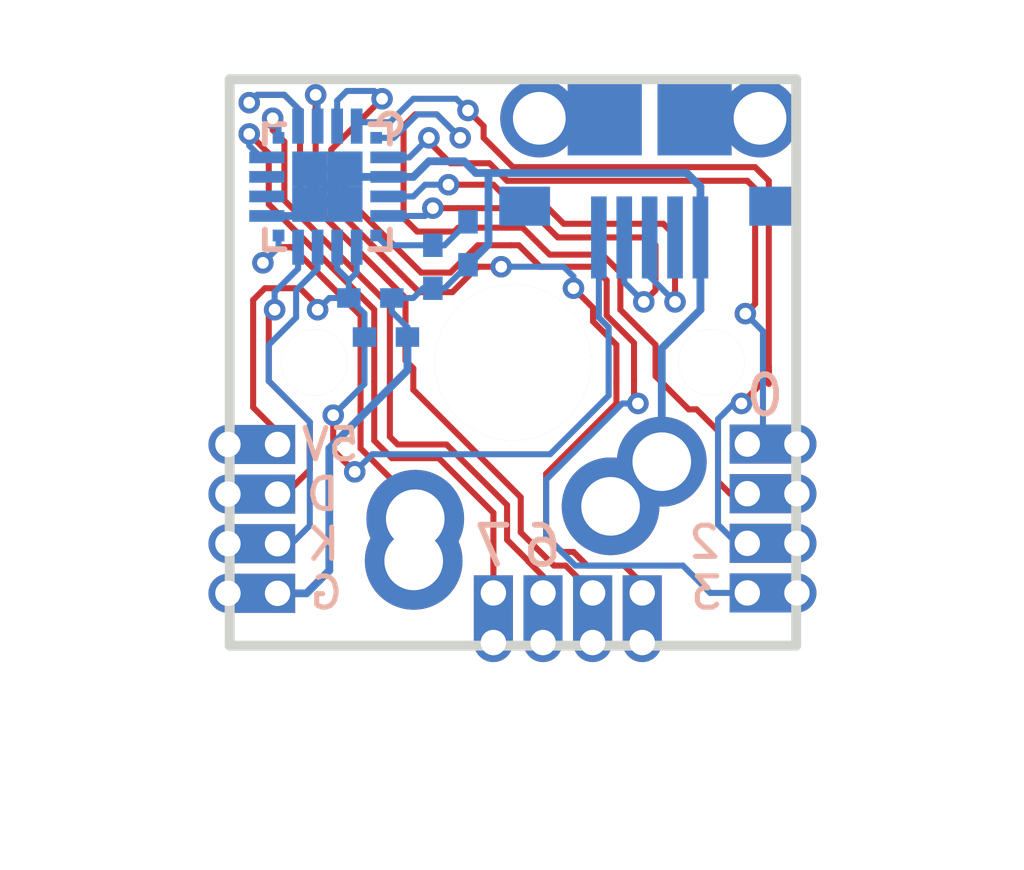
<source format=kicad_pcb>
(kicad_pcb (version 4) (host pcbnew 4.0.7)

  (general
    (links 51)
    (no_connects 17)
    (area 154.872999 87.372999 169.627001 102.127001)
    (thickness 1.6)
    (drawings 21)
    (tracks 324)
    (zones 0)
    (modules 10)
    (nets 21)
  )

  (page A4)
  (layers
    (0 F.Cu signal)
    (31 B.Cu signal)
    (32 B.Adhes user)
    (33 F.Adhes user)
    (34 B.Paste user)
    (35 F.Paste user)
    (36 B.SilkS user)
    (37 F.SilkS user)
    (38 B.Mask user)
    (39 F.Mask user)
    (40 Dwgs.User user)
    (41 Cmts.User user)
    (42 Eco1.User user)
    (43 Eco2.User user)
    (44 Edge.Cuts user)
    (45 Margin user)
    (46 B.CrtYd user)
    (47 F.CrtYd user)
    (48 B.Fab user)
    (49 F.Fab user)
  )

  (setup
    (last_trace_width 0.155)
    (trace_clearance 0.155)
    (zone_clearance 0.508)
    (zone_45_only no)
    (trace_min 0.155)
    (segment_width 0.254)
    (edge_width 0.254)
    (via_size 0.55)
    (via_drill 0.3)
    (via_min_size 0.4)
    (via_min_drill 0.3)
    (uvia_size 0.3)
    (uvia_drill 0.1)
    (uvias_allowed no)
    (uvia_min_size 0)
    (uvia_min_drill 0)
    (pcb_text_width 0.3)
    (pcb_text_size 1.5 1.5)
    (mod_edge_width 0.15)
    (mod_text_size 1 1)
    (mod_text_width 0.15)
    (pad_size 0.901 0.901)
    (pad_drill 0)
    (pad_to_mask_clearance 0.03)
    (aux_axis_origin 0 0)
    (grid_origin 155 87.5)
    (visible_elements FFFFFF9F)
    (pcbplotparams
      (layerselection 0x00030_80000001)
      (usegerberextensions false)
      (excludeedgelayer true)
      (linewidth 0.100000)
      (plotframeref false)
      (viasonmask false)
      (mode 1)
      (useauxorigin false)
      (hpglpennumber 1)
      (hpglpenspeed 20)
      (hpglpendiameter 15)
      (hpglpenoverlay 2)
      (psnegative false)
      (psa4output false)
      (plotreference true)
      (plotvalue true)
      (plotinvisibletext false)
      (padsonsilk false)
      (subtractmaskfromsilk false)
      (outputformat 1)
      (mirror false)
      (drillshape 0)
      (scaleselection 1)
      (outputdirectory ""))
  )

  (net 0 "")
  (net 1 GND)
  (net 2 +3V3)
  (net 3 "Net-(J1-Pad6)")
  (net 4 "Net-(J1-Pad4)")
  (net 5 +5V)
  (net 6 "Net-(U1-Pad13)")
  (net 7 "Net-(U1-Pad14)")
  (net 8 /D+)
  (net 9 /D-)
  (net 10 /C2D)
  (net 11 /C2CK)
  (net 12 /P0.3)
  (net 13 /P0.2)
  (net 14 /P0.1)
  (net 15 /P0.0)
  (net 16 /P0.7)
  (net 17 /P0.6)
  (net 18 /P0.5)
  (net 19 /P0.4)
  (net 20 "Net-(SW1-Pad1)")

  (net_class Default "This is the default net class."
    (clearance 0.155)
    (trace_width 0.155)
    (via_dia 0.55)
    (via_drill 0.3)
    (uvia_dia 0.3)
    (uvia_drill 0.1)
    (add_net +3V3)
    (add_net +5V)
    (add_net /C2CK)
    (add_net /C2D)
    (add_net /D+)
    (add_net /D-)
    (add_net /P0.0)
    (add_net /P0.1)
    (add_net /P0.2)
    (add_net /P0.3)
    (add_net /P0.4)
    (add_net /P0.5)
    (add_net /P0.6)
    (add_net /P0.7)
    (add_net "Net-(J1-Pad4)")
    (add_net "Net-(J1-Pad6)")
    (add_net "Net-(SW1-Pad1)")
    (add_net "Net-(U1-Pad13)")
    (add_net "Net-(U1-Pad14)")
  )

  (net_class gnd ""
    (clearance 0.155)
    (trace_width 0.2)
    (via_dia 0.55)
    (via_drill 0.3)
    (uvia_dia 0.3)
    (uvia_drill 0.1)
    (add_net GND)
  )

  (module key_switch:Cherry_MX_Matias_No_Silk_Border (layer B.Cu) (tedit 59D21A45) (tstamp 59D1A532)
    (at 162.25 94.75)
    (tags switch)
    (path /59BC89F2)
    (fp_text reference SW1 (at 0 -6) (layer Cmts.User)
      (effects (font (thickness 0.3048)))
    )
    (fp_text value SW_Push (at 1 -3.5) (layer F.Fab) hide
      (effects (font (thickness 0.3048)))
    )
    (pad "" np_thru_hole circle (at 5.08 0) (size 1.7 1.7) (drill 1.7) (layers *.Cu *.Mask B.SilkS))
    (pad 2 thru_hole circle (at 2.5 3.683) (size 2.5 2.5) (drill 1.5) (layers *.Cu *.Mask)
      (net 1 GND))
    (pad 2 thru_hole circle (at 3.81 2.54) (size 2.3 2.3) (drill 1.5) (layers *.Cu *.Mask)
      (net 1 GND))
    (pad "" np_thru_hole circle (at 0 0) (size 4 4) (drill 4) (layers *.Cu *.Mask B.SilkS))
    (pad "" np_thru_hole circle (at -5.08 0) (size 1.7 1.7) (drill 1.7) (layers *.Cu *.Mask B.SilkS))
    (pad 1 thru_hole circle (at -2.54 5.08) (size 2.5 2.5) (drill 1.5) (layers *.Cu *.Mask)
      (net 20 "Net-(SW1-Pad1)"))
    (pad 1 thru_hole circle (at -2.5 4) (size 2.5 2.5) (drill 1.5) (layers *.Cu *.Mask)
      (net 20 "Net-(SW1-Pad1)"))
    (model cherry_mx1.wrl
      (at (xyz 0 0 0))
      (scale (xyz 1 1 1))
      (rotate (xyz 0 0 0))
    )
  )

  (module Capacitors_SMD:C_0402_NoSilk (layer B.Cu) (tedit 59D222F7) (tstamp 59BC5FF5)
    (at 159 94.1)
    (descr "Capacitor SMD 0402, reflow soldering, AVX (see smccp.pdf)")
    (tags "capacitor 0402")
    (path /59BC6727)
    (attr smd)
    (fp_text reference C1 (at 5.6 0 90) (layer Cmts.User)
      (effects (font (size 0.8 0.8) (thickness 0.15)))
    )
    (fp_text value 0.1uF (at 0 -1.27) (layer B.Fab)
      (effects (font (size 1 1) (thickness 0.15)) (justify mirror))
    )
    (fp_text user %R (at 0 1.27) (layer Cmts.User)
      (effects (font (size 1 1) (thickness 0.15)))
    )
    (fp_line (start -0.5 -0.25) (end -0.5 0.25) (layer B.Fab) (width 0.1))
    (fp_line (start 0.5 -0.25) (end -0.5 -0.25) (layer B.Fab) (width 0.1))
    (fp_line (start 0.5 0.25) (end 0.5 -0.25) (layer B.Fab) (width 0.1))
    (fp_line (start -0.5 0.25) (end 0.5 0.25) (layer B.Fab) (width 0.1))
    (fp_line (start -1 0.4) (end 1 0.4) (layer B.CrtYd) (width 0.05))
    (fp_line (start -1 0.4) (end -1 -0.4) (layer B.CrtYd) (width 0.05))
    (fp_line (start 1 -0.4) (end 1 0.4) (layer B.CrtYd) (width 0.05))
    (fp_line (start 1 -0.4) (end -1 -0.4) (layer B.CrtYd) (width 0.05))
    (pad 1 smd rect (at -0.55 0) (size 0.6 0.5) (layers B.Cu B.Paste B.Mask)
      (net 5 +5V))
    (pad 2 smd rect (at 0.55 0) (size 0.6 0.5) (layers B.Cu B.Paste B.Mask)
      (net 1 GND))
    (model Capacitors_SMD.3dshapes/C_0402.wrl
      (at (xyz 0 0 0))
      (scale (xyz 1 1 1))
      (rotate (xyz 0 0 0))
    )
  )

  (module Capacitors_SMD:C_0402_NoSilk (layer B.Cu) (tedit 59D222FB) (tstamp 59BC5FFB)
    (at 158.6 93.1)
    (descr "Capacitor SMD 0402, reflow soldering, AVX (see smccp.pdf)")
    (tags "capacitor 0402")
    (path /59BC6754)
    (attr smd)
    (fp_text reference C2 (at 1.7 0 90) (layer Cmts.User)
      (effects (font (size 0.8 0.8) (thickness 0.15)))
    )
    (fp_text value 4.7uF (at 0 -1.27) (layer B.Fab)
      (effects (font (size 1 1) (thickness 0.15)) (justify mirror))
    )
    (fp_text user %R (at 0 1.27) (layer Cmts.User)
      (effects (font (size 1 1) (thickness 0.15)))
    )
    (fp_line (start -0.5 -0.25) (end -0.5 0.25) (layer B.Fab) (width 0.1))
    (fp_line (start 0.5 -0.25) (end -0.5 -0.25) (layer B.Fab) (width 0.1))
    (fp_line (start 0.5 0.25) (end 0.5 -0.25) (layer B.Fab) (width 0.1))
    (fp_line (start -0.5 0.25) (end 0.5 0.25) (layer B.Fab) (width 0.1))
    (fp_line (start -1 0.4) (end 1 0.4) (layer B.CrtYd) (width 0.05))
    (fp_line (start -1 0.4) (end -1 -0.4) (layer B.CrtYd) (width 0.05))
    (fp_line (start 1 -0.4) (end 1 0.4) (layer B.CrtYd) (width 0.05))
    (fp_line (start 1 -0.4) (end -1 -0.4) (layer B.CrtYd) (width 0.05))
    (pad 1 smd rect (at -0.55 0) (size 0.6 0.5) (layers B.Cu B.Paste B.Mask)
      (net 5 +5V))
    (pad 2 smd rect (at 0.55 0) (size 0.6 0.5) (layers B.Cu B.Paste B.Mask)
      (net 1 GND))
    (model Capacitors_SMD.3dshapes/C_0402.wrl
      (at (xyz 0 0 0))
      (scale (xyz 1 1 1))
      (rotate (xyz 0 0 0))
    )
  )

  (module Capacitors_SMD:C_0402_NoSilk (layer B.Cu) (tedit 59D22319) (tstamp 59BC6001)
    (at 160.2 92.3 270)
    (descr "Capacitor SMD 0402, reflow soldering, AVX (see smccp.pdf)")
    (tags "capacitor 0402")
    (path /59BC6871)
    (attr smd)
    (fp_text reference C3 (at -0.3 0.6 270) (layer Cmts.User)
      (effects (font (size 0.8 0.8) (thickness 0.15)))
    )
    (fp_text value 0.1uF (at 0 -1.27 270) (layer B.Fab)
      (effects (font (size 1 1) (thickness 0.15)) (justify mirror))
    )
    (fp_text user %R (at 0 1.27 270) (layer B.Fab)
      (effects (font (size 1 1) (thickness 0.15)) (justify mirror))
    )
    (fp_line (start -0.5 -0.25) (end -0.5 0.25) (layer B.Fab) (width 0.1))
    (fp_line (start 0.5 -0.25) (end -0.5 -0.25) (layer B.Fab) (width 0.1))
    (fp_line (start 0.5 0.25) (end 0.5 -0.25) (layer B.Fab) (width 0.1))
    (fp_line (start -0.5 0.25) (end 0.5 0.25) (layer B.Fab) (width 0.1))
    (fp_line (start -1 0.4) (end 1 0.4) (layer B.CrtYd) (width 0.05))
    (fp_line (start -1 0.4) (end -1 -0.4) (layer B.CrtYd) (width 0.05))
    (fp_line (start 1 -0.4) (end 1 0.4) (layer B.CrtYd) (width 0.05))
    (fp_line (start 1 -0.4) (end -1 -0.4) (layer B.CrtYd) (width 0.05))
    (pad 1 smd rect (at -0.55 0 270) (size 0.6 0.5) (layers B.Cu B.Paste B.Mask)
      (net 2 +3V3))
    (pad 2 smd rect (at 0.55 0 270) (size 0.6 0.5) (layers B.Cu B.Paste B.Mask)
      (net 1 GND))
    (model Capacitors_SMD.3dshapes/C_0402.wrl
      (at (xyz 0 0 0))
      (scale (xyz 1 1 1))
      (rotate (xyz 0 0 0))
    )
  )

  (module Capacitors_SMD:C_0402_NoSilk (layer B.Cu) (tedit 59D222EE) (tstamp 59BC6007)
    (at 161.1 91.7 270)
    (descr "Capacitor SMD 0402, reflow soldering, AVX (see smccp.pdf)")
    (tags "capacitor 0402")
    (path /59BC686B)
    (attr smd)
    (fp_text reference C4 (at 1.7 -0.7 360) (layer Cmts.User)
      (effects (font (size 0.8 0.8) (thickness 0.15)))
    )
    (fp_text value 4.7uF (at 0 -1.27 270) (layer B.Fab)
      (effects (font (size 1 1) (thickness 0.15)) (justify mirror))
    )
    (fp_text user %R (at 0 1.27 270) (layer B.Fab)
      (effects (font (size 1 1) (thickness 0.15)) (justify mirror))
    )
    (fp_line (start -0.5 -0.25) (end -0.5 0.25) (layer B.Fab) (width 0.1))
    (fp_line (start 0.5 -0.25) (end -0.5 -0.25) (layer B.Fab) (width 0.1))
    (fp_line (start 0.5 0.25) (end 0.5 -0.25) (layer B.Fab) (width 0.1))
    (fp_line (start -0.5 0.25) (end 0.5 0.25) (layer B.Fab) (width 0.1))
    (fp_line (start -1 0.4) (end 1 0.4) (layer B.CrtYd) (width 0.05))
    (fp_line (start -1 0.4) (end -1 -0.4) (layer B.CrtYd) (width 0.05))
    (fp_line (start 1 -0.4) (end 1 0.4) (layer B.CrtYd) (width 0.05))
    (fp_line (start 1 -0.4) (end -1 -0.4) (layer B.CrtYd) (width 0.05))
    (pad 1 smd rect (at -0.55 0 270) (size 0.6 0.5) (layers B.Cu B.Paste B.Mask)
      (net 2 +3V3))
    (pad 2 smd rect (at 0.55 0 270) (size 0.6 0.5) (layers B.Cu B.Paste B.Mask)
      (net 1 GND))
    (model Capacitors_SMD.3dshapes/C_0402.wrl
      (at (xyz 0 0 0))
      (scale (xyz 1 1 1))
      (rotate (xyz 0 0 0))
    )
  )

  (module usb_connector:micro_usb_no_silk (layer B.Cu) (tedit 59BC86E6) (tstamp 59BC6018)
    (at 165.75 90.5)
    (path /59BC971A)
    (fp_text reference J1 (at -3.9 -4.05) (layer Cmts.User)
      (effects (font (size 1 1) (thickness 0.15)))
    )
    (fp_text value USB_OTG (at -0.07 -4.18) (layer B.Fab)
      (effects (font (size 1 1) (thickness 0.15)) (justify mirror))
    )
    (pad 6 smd rect (at -3.2 0.25) (size 1.3 1) (layers B.Cu B.Paste B.Mask)
      (net 3 "Net-(J1-Pad6)"))
    (pad 6 smd rect (at 3.2 0.25) (size 1.3 1) (layers B.Cu B.Paste B.Mask)
      (net 3 "Net-(J1-Pad6)"))
    (pad "" np_thru_hole circle (at -1.95 0.14) (size 0.6 0.6) (drill 0.6) (layers *.Cu *.Mask))
    (pad 6 smd rect (at -1.15 -2) (size 1.9 1.9) (layers B.Cu B.Paste B.Mask)
      (net 3 "Net-(J1-Pad6)"))
    (pad 6 thru_hole circle (at -2.825 -2) (size 2 2) (drill 1.35) (layers *.Cu *.Mask)
      (net 3 "Net-(J1-Pad6)"))
    (pad 5 smd rect (at 1.3 1.05) (size 0.4 2.1) (layers B.Cu B.Paste B.Mask)
      (net 1 GND))
    (pad 4 smd rect (at 0.65 1.05) (size 0.4 2.1) (layers B.Cu B.Paste B.Mask)
      (net 4 "Net-(J1-Pad4)"))
    (pad 3 smd rect (at 0 1.05) (size 0.4 2.1) (layers B.Cu B.Paste B.Mask)
      (net 8 /D+))
    (pad 2 smd rect (at -0.65 1.05) (size 0.4 2.1) (layers B.Cu B.Paste B.Mask)
      (net 9 /D-))
    (pad 1 smd rect (at -1.3 1.05) (size 0.4 2.1) (layers B.Cu B.Paste B.Mask)
      (net 5 +5V))
    (pad 6 thru_hole circle (at 2.825 -2) (size 2 2) (drill 1.35) (layers *.Cu *.Mask)
      (net 3 "Net-(J1-Pad6)"))
    (pad 6 smd rect (at 1.15 -2) (size 1.9 1.9) (layers B.Cu B.Paste B.Mask)
      (net 3 "Net-(J1-Pad6)"))
    (pad "" np_thru_hole circle (at 1.95 0.14) (size 0.6 0.6) (drill 0.6) (layers *.Cu *.Mask))
  )

  (module qfn:QFN20_silabs (layer B.Cu) (tedit 59D2336D) (tstamp 59D1A41A)
    (at 157.5 90.25 180)
    (path /59D1CD41)
    (fp_text reference U1 (at 0 3.2 180) (layer Cmts.User)
      (effects (font (size 1.2 1.2) (thickness 0.15)))
    )
    (fp_text value EFM8UB1_QFN20 (at 0 -3.2 180) (layer B.Fab)
      (effects (font (size 1.2 1.2) (thickness 0.15)) (justify mirror))
    )
    (fp_arc (start -1.6 1.6) (end -1.6 1.325) (angle -270) (layer B.SilkS) (width 0.15))
    (fp_line (start 1.6 1.1) (end 1.6 1.6) (layer B.SilkS) (width 0.15))
    (fp_line (start 1.6 1.6) (end 1.1 1.6) (layer B.SilkS) (width 0.15))
    (fp_line (start 1.1 -1.6) (end 1.6 -1.6) (layer B.SilkS) (width 0.15))
    (fp_line (start 1.6 -1.6) (end 1.6 -1.1) (layer B.SilkS) (width 0.15))
    (fp_line (start -1.6 -1.1) (end -1.6 -1.6) (layer B.SilkS) (width 0.15))
    (fp_line (start -1.6 -1.6) (end -1.1 -1.6) (layer B.SilkS) (width 0.15))
    (fp_line (start -1.1 1.6) (end -1.6 1.6) (layer B.SilkS) (width 0.15))
    (fp_line (start -1.6 1.6) (end -1.6 1.1) (layer B.SilkS) (width 0.15))
    (fp_line (start -1.6 1.6) (end 1.6 1.6) (layer B.CrtYd) (width 0.15))
    (fp_line (start 1.6 1.6) (end 1.6 -1.6) (layer B.CrtYd) (width 0.15))
    (fp_line (start 1.6 -1.6) (end -1.6 -1.6) (layer B.CrtYd) (width 0.15))
    (fp_line (start -1.6 -1.6) (end -1.6 1.6) (layer B.CrtYd) (width 0.15))
    (pad 16 smd rect (at 1.25 1.25 180) (size 0.3 0.3) (layers B.Cu B.Paste B.Mask)
      (net 17 /P0.6))
    (pad 11 smd rect (at 1.25 -1.25 180) (size 0.3 0.3) (layers B.Cu B.Paste B.Mask)
      (net 20 "Net-(SW1-Pad1)"))
    (pad 6 smd rect (at -1.25 -1.25 180) (size 0.3 0.3) (layers B.Cu B.Paste B.Mask)
      (net 2 +3V3))
    (pad 21 smd rect (at -0.45 -0.45 90) (size 0.901 0.901) (layers B.Cu B.Paste B.Mask)
      (net 1 GND))
    (pad 21 smd rect (at 0.45 -0.45 90) (size 0.901 0.901) (layers B.Cu B.Paste B.Mask)
      (net 1 GND))
    (pad 21 smd rect (at 0.45 0.45 90) (size 0.901 0.901) (layers B.Cu B.Paste B.Mask)
      (net 1 GND))
    (pad 2 smd rect (at -1.55 0.75 90) (size 0.3 0.9) (layers B.Cu B.Paste B.Mask)
      (net 15 /P0.0))
    (pad 3 smd rect (at -1.55 0.25 90) (size 0.3 0.9) (layers B.Cu B.Paste B.Mask)
      (net 1 GND))
    (pad 4 smd rect (at -1.55 -0.25 90) (size 0.3 0.9) (layers B.Cu B.Paste B.Mask)
      (net 8 /D+))
    (pad 5 smd rect (at -1.55 -0.75 90) (size 0.3 0.9) (layers B.Cu B.Paste B.Mask)
      (net 9 /D-))
    (pad 7 smd rect (at -0.75 -1.55 180) (size 0.3 0.9) (layers B.Cu B.Paste B.Mask)
      (net 5 +5V))
    (pad 8 smd rect (at -0.25 -1.55 180) (size 0.3 0.9) (layers B.Cu B.Paste B.Mask)
      (net 5 +5V))
    (pad 9 smd rect (at 0.25 -1.55 180) (size 0.3 0.9) (layers B.Cu B.Paste B.Mask)
      (net 11 /C2CK))
    (pad 10 smd rect (at 0.75 -1.55 180) (size 0.3 0.9) (layers B.Cu B.Paste B.Mask)
      (net 10 /C2D))
    (pad 12 smd rect (at 1.55 -0.75 90) (size 0.3 0.9) (layers B.Cu B.Paste B.Mask)
      (net 1 GND))
    (pad 13 smd rect (at 1.55 -0.25 90) (size 0.3 0.9) (layers B.Cu B.Paste B.Mask)
      (net 6 "Net-(U1-Pad13)"))
    (pad 14 smd rect (at 1.55 0.25 90) (size 0.3 0.9) (layers B.Cu B.Paste B.Mask)
      (net 7 "Net-(U1-Pad14)"))
    (pad 15 smd rect (at 1.55 0.75 90) (size 0.3 0.9) (layers B.Cu B.Paste B.Mask)
      (net 16 /P0.7))
    (pad 17 smd rect (at 0.75 1.55 180) (size 0.3 0.9) (layers B.Cu B.Paste B.Mask)
      (net 18 /P0.5))
    (pad 18 smd rect (at 0.25 1.55 180) (size 0.3 0.9) (layers B.Cu B.Paste B.Mask)
      (net 19 /P0.4))
    (pad 19 smd rect (at -0.25 1.55 180) (size 0.3 0.9) (layers B.Cu B.Paste B.Mask)
      (net 12 /P0.3))
    (pad 20 smd rect (at -0.75 1.55 180) (size 0.3 0.9) (layers B.Cu B.Paste B.Mask)
      (net 13 /P0.2))
    (pad 1 smd rect (at -1.25 1.25 180) (size 0.3 0.3) (layers B.Cu B.Paste B.Mask)
      (net 14 /P0.1))
    (pad 21 smd rect (at -0.45 0.45 90) (size 0.901 0.901) (layers B.Cu B.Paste B.Mask)
      (net 1 GND))
    (model Housings_DFN_QFN.3dshapes/UQFN-20-1EP_3x3mm_Pitch0.4mm.wrl
      (at (xyz 0 0 0))
      (scale (xyz 1 1 1))
      (rotate (xyz 0 0 0))
    )
  )

  (module connectors:Pin_Header_Angled_1x04_Pitch1.27mm_no_silk_castellated (layer B.Cu) (tedit 59D21DD6) (tstamp 59D221CB)
    (at 168.25 100.65)
    (descr "Through hole angled pin header, 1x04, 1.27mm pitch, 4.0mm pin length, single row")
    (tags "Through hole angled pin header THT 1x04 1.27mm single row")
    (path /59D1D839)
    (fp_text reference J3 (at 2.4325 1.635) (layer Cmts.User)
      (effects (font (size 1 1) (thickness 0.15)))
    )
    (fp_text value Conn_01x04 (at 2.4325 -5.445) (layer B.Fab)
      (effects (font (size 1 1) (thickness 0.15)) (justify mirror))
    )
    (fp_line (start 1.5 0.635) (end 1.5 -4.445) (layer B.Fab) (width 0.1))
    (fp_line (start 1.5 -4.445) (end 0.5 -4.445) (layer B.Fab) (width 0.1))
    (fp_line (start 0.5 -4.445) (end 0.5 0.385) (layer B.Fab) (width 0.1))
    (fp_line (start 0.5 0.385) (end 0.75 0.635) (layer B.Fab) (width 0.1))
    (fp_line (start -0.2 0.2) (end 0.5 0.2) (layer B.Fab) (width 0.1))
    (fp_line (start -0.2 0.2) (end -0.2 -0.2) (layer B.Fab) (width 0.1))
    (fp_line (start -0.2 -0.2) (end 0.5 -0.2) (layer B.Fab) (width 0.1))
    (fp_line (start -0.2 -1.07) (end 0.5 -1.07) (layer B.Fab) (width 0.1))
    (fp_line (start -0.2 -1.07) (end -0.2 -1.47) (layer B.Fab) (width 0.1))
    (fp_line (start -0.2 -1.47) (end 0.5 -1.47) (layer B.Fab) (width 0.1))
    (fp_line (start -0.2 -2.34) (end 0.5 -2.34) (layer B.Fab) (width 0.1))
    (fp_line (start -0.2 -2.34) (end -0.2 -2.74) (layer B.Fab) (width 0.1))
    (fp_line (start -0.2 -2.74) (end 0.5 -2.74) (layer B.Fab) (width 0.1))
    (fp_line (start -0.2 -3.61) (end 0.5 -3.61) (layer B.Fab) (width 0.1))
    (fp_line (start -0.2 -3.61) (end -0.2 -4.01) (layer B.Fab) (width 0.1))
    (fp_line (start -0.2 -4.01) (end 0.5 -4.01) (layer B.Fab) (width 0.1))
    (fp_line (start -1.15 1.15) (end -1.15 -4.95) (layer B.CrtYd) (width 0.05))
    (fp_line (start -1.15 -4.95) (end 6 -4.95) (layer B.CrtYd) (width 0.05))
    (fp_line (start 6 -4.95) (end 6 1.15) (layer B.CrtYd) (width 0.05))
    (fp_line (start 6 1.15) (end -1.15 1.15) (layer B.CrtYd) (width 0.05))
    (pad 1 thru_hole circle (at 1.27 0) (size 1 1) (drill 0.65) (layers *.Cu *.Mask)
      (net 12 /P0.3))
    (pad 1 thru_hole rect (at 0 0) (size 1.7 1) (drill 0.65 (offset 0.4 0)) (layers *.Cu *.Mask)
      (net 12 /P0.3))
    (pad 2 thru_hole rect (at 0 -1.27) (size 1.7 1) (drill 0.65 (offset 0.4 0)) (layers *.Cu *.Mask)
      (net 13 /P0.2))
    (pad 3 thru_hole rect (at 0 -2.54) (size 1.7 1) (drill 0.65 (offset 0.4 0)) (layers *.Cu *.Mask)
      (net 14 /P0.1))
    (pad 4 thru_hole rect (at 0 -3.81) (size 1.7 1) (drill 0.65 (offset 0.4 0)) (layers *.Cu *.Mask)
      (net 15 /P0.0))
    (pad 2 thru_hole circle (at 1.27 -1.27) (size 1 1) (drill 0.65) (layers *.Cu *.Mask)
      (net 13 /P0.2))
    (pad 3 thru_hole circle (at 1.27 -2.54) (size 1 1) (drill 0.65) (layers *.Cu *.Mask)
      (net 14 /P0.1))
    (pad 4 thru_hole circle (at 1.27 -3.81) (size 1 1) (drill 0.65) (layers *.Cu *.Mask)
      (net 15 /P0.0))
  )

  (module connectors:Pin_Header_Angled_1x04_Pitch1.27mm_no_silk_castellated (layer B.Cu) (tedit 59D21DD6) (tstamp 59D221EB)
    (at 161.75 100.65 270)
    (descr "Through hole angled pin header, 1x04, 1.27mm pitch, 4.0mm pin length, single row")
    (tags "Through hole angled pin header THT 1x04 1.27mm single row")
    (path /59D1DF9A)
    (fp_text reference J4 (at 2.4325 1.635 270) (layer Cmts.User)
      (effects (font (size 1 1) (thickness 0.15)))
    )
    (fp_text value Conn_01x04 (at 2.4325 -5.445 270) (layer B.Fab)
      (effects (font (size 1 1) (thickness 0.15)) (justify mirror))
    )
    (fp_line (start 1.5 0.635) (end 1.5 -4.445) (layer B.Fab) (width 0.1))
    (fp_line (start 1.5 -4.445) (end 0.5 -4.445) (layer B.Fab) (width 0.1))
    (fp_line (start 0.5 -4.445) (end 0.5 0.385) (layer B.Fab) (width 0.1))
    (fp_line (start 0.5 0.385) (end 0.75 0.635) (layer B.Fab) (width 0.1))
    (fp_line (start -0.2 0.2) (end 0.5 0.2) (layer B.Fab) (width 0.1))
    (fp_line (start -0.2 0.2) (end -0.2 -0.2) (layer B.Fab) (width 0.1))
    (fp_line (start -0.2 -0.2) (end 0.5 -0.2) (layer B.Fab) (width 0.1))
    (fp_line (start -0.2 -1.07) (end 0.5 -1.07) (layer B.Fab) (width 0.1))
    (fp_line (start -0.2 -1.07) (end -0.2 -1.47) (layer B.Fab) (width 0.1))
    (fp_line (start -0.2 -1.47) (end 0.5 -1.47) (layer B.Fab) (width 0.1))
    (fp_line (start -0.2 -2.34) (end 0.5 -2.34) (layer B.Fab) (width 0.1))
    (fp_line (start -0.2 -2.34) (end -0.2 -2.74) (layer B.Fab) (width 0.1))
    (fp_line (start -0.2 -2.74) (end 0.5 -2.74) (layer B.Fab) (width 0.1))
    (fp_line (start -0.2 -3.61) (end 0.5 -3.61) (layer B.Fab) (width 0.1))
    (fp_line (start -0.2 -3.61) (end -0.2 -4.01) (layer B.Fab) (width 0.1))
    (fp_line (start -0.2 -4.01) (end 0.5 -4.01) (layer B.Fab) (width 0.1))
    (fp_line (start -1.15 1.15) (end -1.15 -4.95) (layer B.CrtYd) (width 0.05))
    (fp_line (start -1.15 -4.95) (end 6 -4.95) (layer B.CrtYd) (width 0.05))
    (fp_line (start 6 -4.95) (end 6 1.15) (layer B.CrtYd) (width 0.05))
    (fp_line (start 6 1.15) (end -1.15 1.15) (layer B.CrtYd) (width 0.05))
    (pad 1 thru_hole circle (at 1.27 0 270) (size 1 1) (drill 0.65) (layers *.Cu *.Mask)
      (net 16 /P0.7))
    (pad 1 thru_hole rect (at 0 0 270) (size 1.7 1) (drill 0.65 (offset 0.4 0)) (layers *.Cu *.Mask)
      (net 16 /P0.7))
    (pad 2 thru_hole rect (at 0 -1.27 270) (size 1.7 1) (drill 0.65 (offset 0.4 0)) (layers *.Cu *.Mask)
      (net 17 /P0.6))
    (pad 3 thru_hole rect (at 0 -2.54 270) (size 1.7 1) (drill 0.65 (offset 0.4 0)) (layers *.Cu *.Mask)
      (net 18 /P0.5))
    (pad 4 thru_hole rect (at 0 -3.81 270) (size 1.7 1) (drill 0.65 (offset 0.4 0)) (layers *.Cu *.Mask)
      (net 19 /P0.4))
    (pad 2 thru_hole circle (at 1.27 -1.27 270) (size 1 1) (drill 0.65) (layers *.Cu *.Mask)
      (net 17 /P0.6))
    (pad 3 thru_hole circle (at 1.27 -2.54 270) (size 1 1) (drill 0.65) (layers *.Cu *.Mask)
      (net 18 /P0.5))
    (pad 4 thru_hole circle (at 1.27 -3.81 270) (size 1 1) (drill 0.65) (layers *.Cu *.Mask)
      (net 19 /P0.4))
  )

  (module connectors:Pin_Header_Angled_1x04_Pitch1.27mm_no_silk_castellated (layer B.Cu) (tedit 59D21DD6) (tstamp 59D223AF)
    (at 156.225 96.85 180)
    (descr "Through hole angled pin header, 1x04, 1.27mm pitch, 4.0mm pin length, single row")
    (tags "Through hole angled pin header THT 1x04 1.27mm single row")
    (path /59BC8422)
    (fp_text reference J2 (at 2.4325 1.635 180) (layer Cmts.User)
      (effects (font (size 1 1) (thickness 0.15)))
    )
    (fp_text value Conn_01x04 (at 2.4325 -5.445 180) (layer B.Fab)
      (effects (font (size 1 1) (thickness 0.15)) (justify mirror))
    )
    (fp_line (start 1.5 0.635) (end 1.5 -4.445) (layer B.Fab) (width 0.1))
    (fp_line (start 1.5 -4.445) (end 0.5 -4.445) (layer B.Fab) (width 0.1))
    (fp_line (start 0.5 -4.445) (end 0.5 0.385) (layer B.Fab) (width 0.1))
    (fp_line (start 0.5 0.385) (end 0.75 0.635) (layer B.Fab) (width 0.1))
    (fp_line (start -0.2 0.2) (end 0.5 0.2) (layer B.Fab) (width 0.1))
    (fp_line (start -0.2 0.2) (end -0.2 -0.2) (layer B.Fab) (width 0.1))
    (fp_line (start -0.2 -0.2) (end 0.5 -0.2) (layer B.Fab) (width 0.1))
    (fp_line (start -0.2 -1.07) (end 0.5 -1.07) (layer B.Fab) (width 0.1))
    (fp_line (start -0.2 -1.07) (end -0.2 -1.47) (layer B.Fab) (width 0.1))
    (fp_line (start -0.2 -1.47) (end 0.5 -1.47) (layer B.Fab) (width 0.1))
    (fp_line (start -0.2 -2.34) (end 0.5 -2.34) (layer B.Fab) (width 0.1))
    (fp_line (start -0.2 -2.34) (end -0.2 -2.74) (layer B.Fab) (width 0.1))
    (fp_line (start -0.2 -2.74) (end 0.5 -2.74) (layer B.Fab) (width 0.1))
    (fp_line (start -0.2 -3.61) (end 0.5 -3.61) (layer B.Fab) (width 0.1))
    (fp_line (start -0.2 -3.61) (end -0.2 -4.01) (layer B.Fab) (width 0.1))
    (fp_line (start -0.2 -4.01) (end 0.5 -4.01) (layer B.Fab) (width 0.1))
    (fp_line (start -1.15 1.15) (end -1.15 -4.95) (layer B.CrtYd) (width 0.05))
    (fp_line (start -1.15 -4.95) (end 6 -4.95) (layer B.CrtYd) (width 0.05))
    (fp_line (start 6 -4.95) (end 6 1.15) (layer B.CrtYd) (width 0.05))
    (fp_line (start 6 1.15) (end -1.15 1.15) (layer B.CrtYd) (width 0.05))
    (pad 1 thru_hole circle (at 1.27 0 180) (size 1 1) (drill 0.65) (layers *.Cu *.Mask)
      (net 5 +5V))
    (pad 1 thru_hole rect (at 0 0 180) (size 1.7 1) (drill 0.65 (offset 0.4 0)) (layers *.Cu *.Mask)
      (net 5 +5V))
    (pad 2 thru_hole rect (at 0 -1.27 180) (size 1.7 1) (drill 0.65 (offset 0.4 0)) (layers *.Cu *.Mask)
      (net 10 /C2D))
    (pad 3 thru_hole rect (at 0 -2.54 180) (size 1.7 1) (drill 0.65 (offset 0.4 0)) (layers *.Cu *.Mask)
      (net 11 /C2CK))
    (pad 4 thru_hole rect (at 0 -3.81 180) (size 1.7 1) (drill 0.65 (offset 0.4 0)) (layers *.Cu *.Mask)
      (net 1 GND))
    (pad 2 thru_hole circle (at 1.27 -1.27 180) (size 1 1) (drill 0.65) (layers *.Cu *.Mask)
      (net 10 /C2D))
    (pad 3 thru_hole circle (at 1.27 -2.54 180) (size 1 1) (drill 0.65) (layers *.Cu *.Mask)
      (net 11 /C2CK))
    (pad 4 thru_hole circle (at 1.27 -3.81 180) (size 1 1) (drill 0.65) (layers *.Cu *.Mask)
      (net 1 GND))
  )

  (gr_line (start 156.25 100.65) (end 156.25 101.2) (angle 90) (layer Cmts.User) (width 0.254))
  (gr_line (start 161.75 100.65) (end 156.25 100.65) (angle 90) (layer Cmts.User) (width 0.254))
  (gr_text 2 (at 167.15 99.35) (layer B.SilkS)
    (effects (font (size 0.8 0.8) (thickness 0.13)) (justify mirror))
  )
  (gr_text 5V (at 157.575 96.85) (layer B.SilkS)
    (effects (font (size 0.8 0.8) (thickness 0.13)) (justify mirror))
  )
  (gr_text D (at 157.375 98.125) (layer B.SilkS)
    (effects (font (size 0.8 0.8) (thickness 0.13)) (justify mirror))
  )
  (gr_text K (at 157.4 99.4) (layer B.SilkS)
    (effects (font (size 0.8 0.8) (thickness 0.13)) (justify mirror))
  )
  (gr_text G (at 157.475 100.65) (layer B.SilkS)
    (effects (font (size 0.8 0.8) (thickness 0.13)) (justify mirror))
  )
  (gr_text "7\n" (at 161.75 99.45) (layer B.SilkS)
    (effects (font (size 1 1) (thickness 0.15)) (justify mirror))
  )
  (gr_text "6\n" (at 163 99.45) (layer B.SilkS)
    (effects (font (size 1 1) (thickness 0.15)) (justify mirror))
  )
  (gr_text 3 (at 167.2 100.65) (layer B.SilkS)
    (effects (font (size 0.8 0.8) (thickness 0.13)) (justify mirror))
  )
  (gr_text 0 (at 168.7 95.6) (layer B.SilkS)
    (effects (font (size 1 1) (thickness 0.15)) (justify mirror))
  )
  (gr_line (start 169.5 87.5) (end 169.5 102) (layer Cmts.User) (width 0.2))
  (gr_line (start 155 102) (end 155 87.5) (layer Cmts.User) (width 0.2))
  (gr_line (start 169.5 102) (end 155 102) (layer Cmts.User) (width 0.2))
  (gr_line (start 155 87.5) (end 169.5 102) (layer Cmts.User) (width 0.2))
  (gr_line (start 169.5 87.5) (end 155 87.5) (layer Cmts.User) (width 0.2))
  (gr_line (start 155 102) (end 169.5 87.5) (layer Cmts.User) (width 0.2))
  (gr_line (start 155 102) (end 155 87.5) (angle 90) (layer Edge.Cuts) (width 0.254))
  (gr_line (start 169.5 102) (end 155 102) (angle 90) (layer Edge.Cuts) (width 0.254))
  (gr_line (start 169.5 87.5) (end 169.5 102) (angle 90) (layer Edge.Cuts) (width 0.254))
  (gr_line (start 155 87.5) (end 169.5 87.5) (angle 90) (layer Edge.Cuts) (width 0.254))

  (segment (start 157.05 90.7) (end 157.95 89.8) (width 0.2) (layer B.Cu) (net 1) (status C00000))
  (segment (start 157.95 90.7) (end 157.05 89.8) (width 0.2) (layer B.Cu) (net 1) (status C00000))
  (segment (start 157.95 90.7) (end 157.95 89.8) (width 0.2) (layer B.Cu) (net 1) (status C00000))
  (segment (start 164.75 98.433) (end 164.917 98.433) (width 0.2) (layer B.Cu) (net 1))
  (segment (start 164.917 98.433) (end 166.06 97.29) (width 0.2) (layer B.Cu) (net 1) (tstamp 59D22F2C))
  (segment (start 156.225 100.66) (end 156.965 100.66) (width 0.2) (layer B.Cu) (net 1))
  (segment (start 156.965 100.66) (end 157.55 100.075) (width 0.2) (layer B.Cu) (net 1) (tstamp 59D22EEC))
  (segment (start 161.625 89.9) (end 161.625 91.725) (width 0.2) (layer B.Cu) (net 1))
  (segment (start 161.625 91.725) (end 161.1 92.25) (width 0.2) (layer B.Cu) (net 1) (tstamp 59D22C19))
  (segment (start 166.06 97.29) (end 166.06 94.39) (width 0.2) (layer B.Cu) (net 1))
  (segment (start 167.05 93.4) (end 167.05 91.55) (width 0.2) (layer B.Cu) (net 1) (tstamp 59D22C04))
  (segment (start 166.06 94.39) (end 167.05 93.4) (width 0.2) (layer B.Cu) (net 1) (tstamp 59D22C02))
  (segment (start 159.55 94.1) (end 159.55 94.95) (width 0.2) (layer B.Cu) (net 1))
  (segment (start 159.55 94.95) (end 157.55 96.95) (width 0.2) (layer B.Cu) (net 1) (tstamp 59D22B95))
  (segment (start 167.05 92.4) (end 167.05 91.55) (width 0.155) (layer B.Cu) (net 1) (tstamp 59D1B499))
  (segment (start 161 89.6) (end 160.3 89.6) (width 0.2) (layer B.Cu) (net 1) (tstamp 59D1ABEE))
  (segment (start 161.3 89.9) (end 161 89.6) (width 0.2) (layer B.Cu) (net 1) (tstamp 59D1ABEC))
  (segment (start 166.7 89.9) (end 161.625 89.9) (width 0.2) (layer B.Cu) (net 1) (tstamp 59D1ABEB))
  (segment (start 161.625 89.9) (end 161.3 89.9) (width 0.2) (layer B.Cu) (net 1) (tstamp 59D22C17))
  (segment (start 167.05 90.25) (end 166.7 89.9) (width 0.2) (layer B.Cu) (net 1) (tstamp 59D1ABEA))
  (segment (start 167.05 91.55) (end 167.05 90.25) (width 0.2) (layer B.Cu) (net 1))
  (segment (start 159.9 89.8) (end 160.1 89.6) (width 0.2) (layer B.Cu) (net 1))
  (segment (start 160.1 89.6) (end 160.3 89.6) (width 0.2) (layer B.Cu) (net 1) (tstamp 59D1ABFA))
  (segment (start 159.05 90) (end 159.7 90) (width 0.2) (layer B.Cu) (net 1) (tstamp 59D1ABF5))
  (segment (start 159.9 89.8) (end 159.7 90) (width 0.2) (layer B.Cu) (net 1) (tstamp 59D1ABF3))
  (segment (start 160.3 89.6) (end 160.2 89.6) (width 0.155) (layer B.Cu) (net 1) (tstamp 59D1ABFD))
  (segment (start 157.05 89.8) (end 157.95 89.8) (width 0.155) (layer B.Cu) (net 1))
  (segment (start 157.05 90.7) (end 157.05 89.8) (width 0.155) (layer B.Cu) (net 1))
  (segment (start 157.95 90.7) (end 157.05 90.7) (width 0.155) (layer B.Cu) (net 1))
  (segment (start 159.05 90) (end 158.15 90) (width 0.2) (layer B.Cu) (net 1))
  (segment (start 158.15 90) (end 157.95 89.8) (width 0.155) (layer B.Cu) (net 1) (tstamp 59D1ABCC))
  (segment (start 155.95 91) (end 156.75 91) (width 0.2) (layer B.Cu) (net 1))
  (segment (start 156.75 91) (end 157.05 90.7) (width 0.155) (layer B.Cu) (net 1) (tstamp 59D1ABC8))
  (segment (start 160.2 92.85) (end 160.5 92.85) (width 0.155) (layer B.Cu) (net 1))
  (segment (start 160.5 92.85) (end 161.1 92.25) (width 0.155) (layer B.Cu) (net 1) (tstamp 59D1A939))
  (segment (start 159.15 93.1) (end 159.15 93.45) (width 0.155) (layer B.Cu) (net 1))
  (segment (start 159.15 93.45) (end 159.55 93.85) (width 0.155) (layer B.Cu) (net 1) (tstamp 59D1A900))
  (segment (start 159.55 93.85) (end 159.55 94.1) (width 0.155) (layer B.Cu) (net 1) (tstamp 59D1A901))
  (segment (start 160.2 92.85) (end 159.95 92.85) (width 0.155) (layer B.Cu) (net 1))
  (segment (start 159.95 92.85) (end 159.7 93.1) (width 0.155) (layer B.Cu) (net 1) (tstamp 59D1A8FC))
  (segment (start 159.7 93.1) (end 159.15 93.1) (width 0.155) (layer B.Cu) (net 1) (tstamp 59D1A8FD))
  (segment (start 157.55 96.95) (end 157.55 100.075) (width 0.2) (layer B.Cu) (net 1) (tstamp 59D22B97))
  (segment (start 160.2 91.75) (end 159 91.75) (width 0.155) (layer B.Cu) (net 2))
  (segment (start 159 91.75) (end 158.75 91.5) (width 0.155) (layer B.Cu) (net 2) (tstamp 59D1A93F))
  (segment (start 160.2 91.75) (end 160.5 91.75) (width 0.155) (layer B.Cu) (net 2))
  (segment (start 160.5 91.75) (end 161.1 91.15) (width 0.155) (layer B.Cu) (net 2) (tstamp 59D1A93C))
  (segment (start 164.45 91.55) (end 164.45 93.6) (width 0.155) (layer B.Cu) (net 5))
  (segment (start 158.45 95.3) (end 158.45 94.1) (width 0.155) (layer B.Cu) (net 5) (tstamp 59D22CA9))
  (segment (start 157.65 96.1) (end 158.45 95.3) (width 0.155) (layer B.Cu) (net 5) (tstamp 59D22CA8))
  (via (at 157.65 96.1) (size 0.55) (drill 0.3) (layers F.Cu B.Cu) (net 5))
  (segment (start 157.65 97) (end 157.65 96.1) (width 0.155) (layer F.Cu) (net 5) (tstamp 59D22CA6))
  (segment (start 158.2 97.55) (end 157.65 97) (width 0.155) (layer F.Cu) (net 5) (tstamp 59D22CA5))
  (via (at 158.2 97.55) (size 0.55) (drill 0.3) (layers F.Cu B.Cu) (net 5))
  (segment (start 158.65 97.1) (end 158.2 97.55) (width 0.155) (layer B.Cu) (net 5) (tstamp 59D22CA2))
  (segment (start 163.2 97.1) (end 158.65 97.1) (width 0.155) (layer B.Cu) (net 5) (tstamp 59D22CA0))
  (segment (start 164.7 95.6) (end 163.2 97.1) (width 0.155) (layer B.Cu) (net 5) (tstamp 59D22C9E))
  (segment (start 164.7 93.85) (end 164.7 95.6) (width 0.155) (layer B.Cu) (net 5) (tstamp 59D22C9D))
  (segment (start 164.45 93.6) (end 164.7 93.85) (width 0.155) (layer B.Cu) (net 5) (tstamp 59D22C9C))
  (segment (start 157.25 93.4) (end 157.25 93.3) (width 0.155) (layer F.Cu) (net 5))
  (segment (start 157.55 93.1) (end 157.25 93.4) (width 0.155) (layer B.Cu) (net 5) (tstamp 59D22500))
  (via (at 157.25 93.4) (size 0.55) (drill 0.3) (layers F.Cu B.Cu) (net 5))
  (segment (start 158.05 93.1) (end 157.55 93.1) (width 0.155) (layer B.Cu) (net 5))
  (segment (start 155.6 95.9) (end 156.27 96.57) (width 0.155) (layer F.Cu) (net 5) (tstamp 59D2254B))
  (segment (start 155.6 93.15) (end 155.6 95.9) (width 0.155) (layer F.Cu) (net 5) (tstamp 59D2254A))
  (segment (start 155.9 92.85) (end 155.6 93.15) (width 0.155) (layer F.Cu) (net 5) (tstamp 59D22549))
  (segment (start 156.8 92.85) (end 155.9 92.85) (width 0.155) (layer F.Cu) (net 5) (tstamp 59D22548))
  (segment (start 157.25 93.3) (end 156.8 92.85) (width 0.155) (layer F.Cu) (net 5) (tstamp 59D22547))
  (segment (start 157.75 92.35) (end 158.05 92.65) (width 0.155) (layer B.Cu) (net 5) (tstamp 59D1A8F5))
  (segment (start 157.75 91.8) (end 157.75 92.35) (width 0.155) (layer B.Cu) (net 5))
  (segment (start 158.25 91.8) (end 158.25 92.45) (width 0.155) (layer B.Cu) (net 5))
  (segment (start 158.05 92.65) (end 158.05 93.1) (width 0.155) (layer B.Cu) (net 5) (tstamp 59D1A8F2))
  (segment (start 158.25 92.45) (end 158.05 92.65) (width 0.155) (layer B.Cu) (net 5) (tstamp 59D1A8F1))
  (segment (start 158.45 94.1) (end 158.45 93.5) (width 0.155) (layer B.Cu) (net 5))
  (segment (start 158.45 93.5) (end 158.05 93.1) (width 0.155) (layer B.Cu) (net 5) (tstamp 59D1A8E0))
  (segment (start 160.6 90.2) (end 161.75 90.2) (width 0.155) (layer F.Cu) (net 8))
  (segment (start 159.05 90.5) (end 159.6 90.5) (width 0.155) (layer B.Cu) (net 8))
  (via (at 160.6 90.2) (size 0.55) (drill 0.3) (layers F.Cu B.Cu) (net 8))
  (segment (start 160 90.2) (end 160.6 90.2) (width 0.155) (layer B.Cu) (net 8) (tstamp 59D1AAC3))
  (segment (start 159.7 90.5) (end 160 90.2) (width 0.155) (layer B.Cu) (net 8) (tstamp 59D1AABE))
  (segment (start 159.6 90.5) (end 159.7 90.5) (width 0.155) (layer B.Cu) (net 8) (tstamp 59D1AABD))
  (segment (start 166.4 93.2) (end 165.75 92.55) (width 0.155) (layer B.Cu) (net 8) (tstamp 59D1B33D))
  (via (at 166.4 93.2) (size 0.55) (drill 0.3) (layers F.Cu B.Cu) (net 8))
  (segment (start 166.4 91.5) (end 166.4 93.2) (width 0.155) (layer F.Cu) (net 8) (tstamp 59D1B33A))
  (segment (start 166.1 91.2) (end 166.4 91.5) (width 0.155) (layer F.Cu) (net 8) (tstamp 59D1B337))
  (segment (start 163.55 91.2) (end 166.1 91.2) (width 0.155) (layer F.Cu) (net 8) (tstamp 59D1B335))
  (segment (start 162.8 90.45) (end 163.55 91.2) (width 0.155) (layer F.Cu) (net 8) (tstamp 59D1B334))
  (segment (start 162 90.45) (end 162.8 90.45) (width 0.155) (layer F.Cu) (net 8) (tstamp 59D1B331))
  (segment (start 161.75 90.2) (end 162 90.45) (width 0.155) (layer F.Cu) (net 8) (tstamp 59D1B32F))
  (segment (start 165.75 92.55) (end 165.75 91.55) (width 0.155) (layer B.Cu) (net 8) (tstamp 59D1B33E))
  (segment (start 165.75 92.55) (end 165.75 91.55) (width 0.155) (layer B.Cu) (net 8) (tstamp 59D1B27D))
  (segment (start 160.2 90.8) (end 160.85 90.8) (width 0.155) (layer F.Cu) (net 9))
  (segment (start 160 91) (end 160.2 90.8) (width 0.155) (layer B.Cu) (net 9) (tstamp 59D1AAAB))
  (via (at 160.2 90.8) (size 0.55) (drill 0.3) (layers F.Cu B.Cu) (net 9))
  (segment (start 159.05 91) (end 160 91) (width 0.155) (layer B.Cu) (net 9))
  (segment (start 165.1 92.7) (end 165.1 91.55) (width 0.155) (layer B.Cu) (net 9) (tstamp 59D1B355))
  (segment (start 165.6 93.2) (end 165.1 92.7) (width 0.155) (layer B.Cu) (net 9) (tstamp 59D1B354))
  (via (at 165.6 93.2) (size 0.55) (drill 0.3) (layers F.Cu B.Cu) (net 9))
  (segment (start 165.9 92.9) (end 165.6 93.2) (width 0.155) (layer F.Cu) (net 9) (tstamp 59D1B350))
  (segment (start 165.9 91.75) (end 165.9 92.9) (width 0.155) (layer F.Cu) (net 9) (tstamp 59D1B34E))
  (segment (start 165.7 91.55) (end 165.9 91.75) (width 0.155) (layer F.Cu) (net 9) (tstamp 59D1B34A))
  (segment (start 163.4 91.55) (end 165.7 91.55) (width 0.155) (layer F.Cu) (net 9) (tstamp 59D1B347))
  (segment (start 162.65 90.8) (end 163.4 91.55) (width 0.155) (layer F.Cu) (net 9) (tstamp 59D1B343))
  (segment (start 160.85 90.8) (end 162.65 90.8) (width 0.155) (layer F.Cu) (net 9) (tstamp 59D1B342))
  (segment (start 156.225 98.12) (end 156.43 98.12) (width 0.155) (layer F.Cu) (net 10))
  (segment (start 156.43 98.12) (end 157.05 97.5) (width 0.155) (layer F.Cu) (net 10) (tstamp 59D22F25))
  (segment (start 157.05 96.275) (end 157.05 97.25) (width 0.155) (layer F.Cu) (net 10) (tstamp 59D2251C))
  (segment (start 156 95.225) (end 157.05 96.275) (width 0.155) (layer F.Cu) (net 10) (tstamp 59D2251A))
  (segment (start 156 93.55) (end 156 95.225) (width 0.155) (layer F.Cu) (net 10) (tstamp 59D22519))
  (segment (start 156.15 93.4) (end 156 93.55) (width 0.155) (layer F.Cu) (net 10) (tstamp 59D22518))
  (segment (start 157.05 97.5) (end 157.05 97.25) (width 0.155) (layer F.Cu) (net 10) (tstamp 59D22F28))
  (segment (start 157.05 97.25) (end 157.05 96.85) (width 0.155) (layer F.Cu) (net 10) (tstamp 59D22520))
  (segment (start 156.75 91.8) (end 156.75 92.35) (width 0.155) (layer B.Cu) (net 10))
  (via (at 156.15 93.4) (size 0.55) (drill 0.3) (layers F.Cu B.Cu) (net 10))
  (segment (start 156.15 92.95) (end 156.15 93.4) (width 0.155) (layer B.Cu) (net 10) (tstamp 59D22515))
  (segment (start 156.75 92.35) (end 156.15 92.95) (width 0.155) (layer B.Cu) (net 10) (tstamp 59D22514))
  (segment (start 156.225 99.39) (end 156.585 99.39) (width 0.155) (layer B.Cu) (net 11))
  (segment (start 156.585 99.39) (end 157.05 98.925) (width 0.155) (layer B.Cu) (net 11) (tstamp 59D22F1D))
  (segment (start 157.05 96.5) (end 157.05 96.275) (width 0.155) (layer B.Cu) (net 11))
  (segment (start 157.05 96.5) (end 157.05 98.925) (width 0.155) (layer B.Cu) (net 11) (tstamp 59D22499))
  (segment (start 156 95.225) (end 156 95.025) (width 0.155) (layer B.Cu) (net 11) (tstamp 59D22F11))
  (segment (start 157.05 96.275) (end 156 95.225) (width 0.155) (layer B.Cu) (net 11) (tstamp 59D22F10))
  (segment (start 156 94.3) (end 156 95.025) (width 0.155) (layer B.Cu) (net 11) (tstamp 59D224F1))
  (segment (start 156.7 93.6) (end 156 94.3) (width 0.155) (layer B.Cu) (net 11) (tstamp 59D224EE))
  (segment (start 156.7 92.9) (end 156.7 93.6) (width 0.155) (layer B.Cu) (net 11) (tstamp 59D22507))
  (segment (start 157.25 91.8) (end 157.25 92.35) (width 0.155) (layer B.Cu) (net 11))
  (segment (start 157.25 92.35) (end 156.7 92.9) (width 0.155) (layer B.Cu) (net 11) (tstamp 59D22506))
  (segment (start 166.25 99.95) (end 166.6 99.95) (width 0.155) (layer B.Cu) (net 12))
  (segment (start 166.25 99.95) (end 163.85 99.95) (width 0.155) (layer B.Cu) (net 12) (tstamp 59D22BF4))
  (segment (start 163.85 99.95) (end 163.1 99.2) (width 0.155) (layer B.Cu) (net 12) (tstamp 59D22BF5))
  (segment (start 163.1 99.2) (end 163.1 97.75) (width 0.155) (layer B.Cu) (net 12) (tstamp 59D22BF7))
  (segment (start 163.1 97.75) (end 165.05 95.8) (width 0.155) (layer B.Cu) (net 12) (tstamp 59D22BF9))
  (segment (start 165.05 95.8) (end 165.45 95.8) (width 0.155) (layer B.Cu) (net 12) (tstamp 59D22BFB))
  (via (at 165.45 95.8) (size 0.55) (drill 0.3) (layers F.Cu B.Cu) (net 12))
  (segment (start 165.45 95.8) (end 165.35 95.7) (width 0.155) (layer F.Cu) (net 12) (tstamp 59D22BFE))
  (segment (start 165.35 95.2) (end 165.35 95.7) (width 0.155) (layer F.Cu) (net 12) (tstamp 59D22BFF))
  (segment (start 167.3 100.65) (end 168.25 100.65) (width 0.155) (layer B.Cu) (net 12) (tstamp 59D22D59))
  (segment (start 166.6 99.95) (end 167.3 100.65) (width 0.155) (layer B.Cu) (net 12) (tstamp 59D22D58))
  (segment (start 162.2 91.75) (end 162.4 91.75) (width 0.155) (layer F.Cu) (net 12))
  (segment (start 159.9 92.45) (end 160.65 92.45) (width 0.155) (layer F.Cu) (net 12) (tstamp 59D1B3E7))
  (segment (start 160.65 92.45) (end 161.35 91.75) (width 0.155) (layer F.Cu) (net 12) (tstamp 59D1B3EC))
  (segment (start 161.35 91.75) (end 162.2 91.75) (width 0.155) (layer F.Cu) (net 12) (tstamp 59D1B3ED))
  (segment (start 165.35 94.25) (end 165.35 95.2) (width 0.155) (layer F.Cu) (net 12) (tstamp 59D1B430))
  (segment (start 165.35 95.2) (end 165.35 95.25) (width 0.155) (layer F.Cu) (net 12) (tstamp 59D21273))
  (segment (start 164.65 93.55) (end 165.35 94.25) (width 0.155) (layer F.Cu) (net 12) (tstamp 59D1B42E))
  (segment (start 164.65 92.65) (end 164.65 93.55) (width 0.155) (layer F.Cu) (net 12) (tstamp 59D1B42D))
  (segment (start 164.3 92.3) (end 164.65 92.65) (width 0.155) (layer F.Cu) (net 12) (tstamp 59D1B42C))
  (segment (start 162.95 92.3) (end 164.3 92.3) (width 0.155) (layer F.Cu) (net 12) (tstamp 59D1B42B))
  (segment (start 162.4 91.75) (end 162.95 92.3) (width 0.155) (layer F.Cu) (net 12) (tstamp 59D1B42A))
  (segment (start 157.6 89.3) (end 157.6 90.15) (width 0.155) (layer F.Cu) (net 12) (tstamp 59D1B3E1))
  (segment (start 157.6 90.15) (end 159.9 92.45) (width 0.155) (layer F.Cu) (net 12) (tstamp 59D1B3E6))
  (segment (start 158.9 88) (end 157.6 89.3) (width 0.155) (layer F.Cu) (net 12))
  (segment (start 157.75 88.7) (end 157.75 88.05) (width 0.155) (layer B.Cu) (net 12))
  (segment (start 158.9 88) (end 159 88.1) (width 0.155) (layer F.Cu) (net 12) (tstamp 59D1ACBB))
  (via (at 158.9 88) (size 0.55) (drill 0.3) (layers F.Cu B.Cu) (net 12))
  (segment (start 158.7 87.8) (end 158.9 88) (width 0.155) (layer B.Cu) (net 12) (tstamp 59D1ACB9))
  (segment (start 158 87.8) (end 158.7 87.8) (width 0.155) (layer B.Cu) (net 12) (tstamp 59D1ACB7))
  (segment (start 157.75 88.05) (end 158 87.8) (width 0.155) (layer B.Cu) (net 12) (tstamp 59D1ACB6))
  (segment (start 167.65 96.05) (end 167.9 95.8) (width 0.155) (layer B.Cu) (net 13))
  (segment (start 167.65 96.05) (end 167.5 96.2) (width 0.155) (layer B.Cu) (net 13) (tstamp 59D22C76))
  (segment (start 167.5 96.2) (end 167.5 96.45) (width 0.155) (layer B.Cu) (net 13) (tstamp 59D22C77))
  (segment (start 167.5 98.7) (end 167.5 96.45) (width 0.155) (layer B.Cu) (net 13) (tstamp 59D22B21))
  (segment (start 167.5 98.9) (end 167.5 98.7) (width 0.155) (layer B.Cu) (net 13) (tstamp 59D22D67))
  (segment (start 167.98 99.38) (end 167.5 98.9) (width 0.155) (layer B.Cu) (net 13) (tstamp 59D22D66))
  (segment (start 168.1 95.8) (end 168.8 95.1) (width 0.155) (layer F.Cu) (net 13) (tstamp 59D22D82))
  (via (at 168.1 95.8) (size 0.55) (drill 0.3) (layers F.Cu B.Cu) (net 13))
  (segment (start 167.9 95.8) (end 168.1 95.8) (width 0.155) (layer B.Cu) (net 13) (tstamp 59D22D6E))
  (segment (start 168.8 95.1) (end 168.8 94.85) (width 0.155) (layer F.Cu) (net 13) (tstamp 59D22D83))
  (segment (start 168.25 99.38) (end 167.98 99.38) (width 0.155) (layer B.Cu) (net 13))
  (segment (start 168.8 94.95) (end 168.8 95.3) (width 0.155) (layer F.Cu) (net 13) (tstamp 59D22B26))
  (segment (start 168.8 90.1) (end 168.8 94.85) (width 0.155) (layer F.Cu) (net 13))
  (segment (start 168.8 94.85) (end 168.8 94.95) (width 0.155) (layer F.Cu) (net 13) (tstamp 59D22D86))
  (segment (start 168.8 94.95) (end 168.8 95.1) (width 0.155) (layer F.Cu) (net 13) (tstamp 59D22B29))
  (segment (start 168.8 90.1) (end 168.65 89.95) (width 0.155) (layer F.Cu) (net 13) (tstamp 59D1B2F0))
  (segment (start 161.5 88.7) (end 161.5 89) (width 0.155) (layer F.Cu) (net 13))
  (segment (start 168.45 89.75) (end 168.65 89.95) (width 0.155) (layer F.Cu) (net 13) (tstamp 59D1B2EB))
  (segment (start 161.5 89) (end 162.25 89.75) (width 0.155) (layer F.Cu) (net 13) (tstamp 59D1B2E7))
  (segment (start 162.25 89.75) (end 168.45 89.75) (width 0.155) (layer F.Cu) (net 13) (tstamp 59D1B2E9))
  (segment (start 161.1 88.3) (end 161.5 88.7) (width 0.155) (layer F.Cu) (net 13))
  (via (at 161.1 88.3) (size 0.55) (drill 0.3) (layers F.Cu B.Cu) (net 13))
  (segment (start 160.8 88) (end 161.1 88.3) (width 0.155) (layer B.Cu) (net 13) (tstamp 59D1ACAE))
  (segment (start 168.5 89.8) (end 168.65 89.95) (width 0.155) (layer F.Cu) (net 13) (tstamp 59D1AE1B))
  (segment (start 159.7 88) (end 160.8 88) (width 0.155) (layer B.Cu) (net 13) (tstamp 59D1ACAC))
  (segment (start 159.1 88.6) (end 159.7 88) (width 0.155) (layer B.Cu) (net 13) (tstamp 59D1ACA6))
  (segment (start 158.3 88.6) (end 159.1 88.6) (width 0.155) (layer B.Cu) (net 13) (tstamp 59D1AC9C))
  (segment (start 158.25 88.7) (end 158.25 88.55) (width 0.155) (layer B.Cu) (net 13))
  (segment (start 158.25 88.55) (end 158.3 88.6) (width 0.155) (layer B.Cu) (net 13) (tstamp 59D1AC9A))
  (segment (start 168.25 98.11) (end 167.81 98.11) (width 0.155) (layer F.Cu) (net 14))
  (segment (start 167.81 98.11) (end 167.5 97.8) (width 0.155) (layer F.Cu) (net 14) (tstamp 59D22D8D))
  (segment (start 167.5 97.8) (end 167.5 96.5) (width 0.155) (layer F.Cu) (net 14) (tstamp 59D22D8E))
  (segment (start 167.5 96.5) (end 166.95 95.95) (width 0.155) (layer F.Cu) (net 14))
  (segment (start 160.3 88.4) (end 160.9 89) (width 0.155) (layer F.Cu) (net 14) (tstamp 59D22C8F))
  (segment (start 159.75 88.4) (end 160.3 88.4) (width 0.155) (layer F.Cu) (net 14) (tstamp 59D22C8E))
  (segment (start 159.45 88.7) (end 159.75 88.4) (width 0.155) (layer F.Cu) (net 14) (tstamp 59D22C8B))
  (segment (start 159.45 91.05) (end 159.45 88.7) (width 0.155) (layer F.Cu) (net 14) (tstamp 59D22C8A))
  (segment (start 159.8 91.4) (end 159.45 91.05) (width 0.155) (layer F.Cu) (net 14) (tstamp 59D22C89))
  (segment (start 160.75 91.4) (end 159.8 91.4) (width 0.155) (layer F.Cu) (net 14) (tstamp 59D22C88))
  (segment (start 160.85 91.3) (end 160.75 91.4) (width 0.155) (layer F.Cu) (net 14) (tstamp 59D22C87))
  (segment (start 162.5 91.3) (end 160.85 91.3) (width 0.155) (layer F.Cu) (net 14) (tstamp 59D22C85))
  (segment (start 163.189998 91.989998) (end 162.5 91.3) (width 0.155) (layer F.Cu) (net 14) (tstamp 59D22C83))
  (segment (start 164.539998 91.989998) (end 163.189998 91.989998) (width 0.155) (layer F.Cu) (net 14) (tstamp 59D22C82))
  (segment (start 165 92.45) (end 164.539998 91.989998) (width 0.155) (layer F.Cu) (net 14) (tstamp 59D22C81))
  (segment (start 165 93.4) (end 165 92.45) (width 0.155) (layer F.Cu) (net 14) (tstamp 59D22C7F))
  (segment (start 165.9 94.3) (end 165 93.4) (width 0.155) (layer F.Cu) (net 14) (tstamp 59D22C7E))
  (segment (start 165.9 95.1) (end 165.9 94.3) (width 0.155) (layer F.Cu) (net 14) (tstamp 59D22C7C))
  (segment (start 166.75 95.95) (end 165.9 95.1) (width 0.155) (layer F.Cu) (net 14) (tstamp 59D22C7B))
  (segment (start 166.95 95.95) (end 166.75 95.95) (width 0.155) (layer F.Cu) (net 14) (tstamp 59D22C7A))
  (segment (start 160.9 89) (end 161.06159 89) (width 0.155) (layer F.Cu) (net 14))
  (segment (start 160.9 89) (end 160.9 89.1) (width 0.155) (layer F.Cu) (net 14))
  (segment (start 158.75 89) (end 159.2 89) (width 0.155) (layer B.Cu) (net 14))
  (segment (start 159.2 89) (end 159.8 88.4) (width 0.155) (layer B.Cu) (net 14) (tstamp 59D1AC83))
  (segment (start 159.8 88.4) (end 160.3 88.4) (width 0.155) (layer B.Cu) (net 14) (tstamp 59D1AC8A))
  (segment (start 160.3 88.4) (end 160.9 89) (width 0.155) (layer B.Cu) (net 14) (tstamp 59D1AC90))
  (via (at 160.9 89) (size 0.55) (drill 0.3) (layers F.Cu B.Cu) (net 14))
  (segment (start 168.45 90.3) (end 168.45 93.25) (width 0.155) (layer F.Cu) (net 15))
  (segment (start 160.1 89) (end 160.1 89.1) (width 0.155) (layer F.Cu) (net 15))
  (segment (start 160.1 89.1) (end 160.65 89.65) (width 0.155) (layer F.Cu) (net 15) (tstamp 59D22C4D))
  (segment (start 168.25 90.1) (end 168.45 90.3) (width 0.155) (layer F.Cu) (net 15) (tstamp 59D22C51))
  (segment (start 162.1 90.1) (end 168.25 90.1) (width 0.155) (layer F.Cu) (net 15) (tstamp 59D22C50))
  (segment (start 161.65 89.65) (end 162.1 90.1) (width 0.155) (layer F.Cu) (net 15) (tstamp 59D22C4F))
  (segment (start 160.65 89.65) (end 161.65 89.65) (width 0.155) (layer F.Cu) (net 15) (tstamp 59D22C4E))
  (segment (start 168.65 93.95) (end 168.65 96.74) (width 0.155) (layer B.Cu) (net 15) (tstamp 59D22C6F))
  (segment (start 168.2 93.5) (end 168.65 93.95) (width 0.155) (layer B.Cu) (net 15) (tstamp 59D22C6E))
  (via (at 168.2 93.5) (size 0.55) (drill 0.3) (layers F.Cu B.Cu) (net 15))
  (segment (start 168.45 93.25) (end 168.2 93.5) (width 0.155) (layer F.Cu) (net 15) (tstamp 59D22C6C))
  (segment (start 168.65 96.74) (end 168.25 97.14) (width 0.155) (layer B.Cu) (net 15) (tstamp 59D22C70))
  (segment (start 168.25 97.14) (end 168.25 96.7) (width 0.155) (layer B.Cu) (net 15))
  (segment (start 160.1 89) (end 160.05 89) (width 0.155) (layer F.Cu) (net 15))
  (via (at 160.1 89) (size 0.55) (drill 0.3) (layers F.Cu B.Cu) (net 15))
  (segment (start 159.6 89.5) (end 160.1 89) (width 0.155) (layer B.Cu) (net 15) (tstamp 59D1AC71))
  (segment (start 159.05 89.5) (end 159.6 89.5) (width 0.155) (layer B.Cu) (net 15))
  (segment (start 158.7 95.23841) (end 158.7 96.75) (width 0.155) (layer F.Cu) (net 16))
  (segment (start 155.8 89.5) (end 155.5 89.2) (width 0.155) (layer B.Cu) (net 16) (tstamp 59D1AD37))
  (via (at 155.5 88.9) (size 0.55) (drill 0.3) (layers F.Cu B.Cu) (net 16))
  (segment (start 155.5 89.2) (end 155.5 88.9) (width 0.155) (layer B.Cu) (net 16) (tstamp 59D1AD38))
  (segment (start 155.5 88.9) (end 156 89.4) (width 0.155) (layer F.Cu) (net 16))
  (segment (start 156 89.4) (end 156 90.7) (width 0.155) (layer F.Cu) (net 16) (tstamp 59D1AD59))
  (segment (start 156 90.7) (end 158.7 93.4) (width 0.155) (layer F.Cu) (net 16) (tstamp 59D1AD5A))
  (segment (start 158.7 93.4) (end 158.7 95.23841) (width 0.155) (layer F.Cu) (net 16))
  (segment (start 161.75 98.6) (end 161.75 99.45) (width 0.155) (layer F.Cu) (net 16) (tstamp 59D22B56))
  (segment (start 160.35 97.2) (end 161.75 98.6) (width 0.155) (layer F.Cu) (net 16) (tstamp 59D22B55))
  (segment (start 159.15 97.2) (end 160.35 97.2) (width 0.155) (layer F.Cu) (net 16) (tstamp 59D22B54))
  (segment (start 158.7 96.75) (end 159.15 97.2) (width 0.155) (layer F.Cu) (net 16) (tstamp 59D22B53))
  (segment (start 161.75 100.65) (end 161.75 99.45) (width 0.155) (layer F.Cu) (net 16))
  (segment (start 155.95 89.5) (end 155.8 89.5) (width 0.155) (layer B.Cu) (net 16))
  (segment (start 155.95 89.5) (end 155.95 89.45) (width 0.155) (layer B.Cu) (net 16))
  (segment (start 162.65 99.85) (end 162.65 99.839998) (width 0.155) (layer F.Cu) (net 17))
  (segment (start 163.02 100.22) (end 162.65 99.85) (width 0.155) (layer F.Cu) (net 17) (tstamp 59D22B6E))
  (segment (start 159.1 96.65) (end 159.3 96.85) (width 0.155) (layer F.Cu) (net 17) (tstamp 59D22B66))
  (segment (start 159.3 96.85) (end 160.55 96.85) (width 0.155) (layer F.Cu) (net 17) (tstamp 59D22B67))
  (segment (start 160.55 96.85) (end 162.1 98.4) (width 0.155) (layer F.Cu) (net 17) (tstamp 59D22B68))
  (segment (start 156.1 88.8) (end 156.4 89.1) (width 0.155) (layer F.Cu) (net 17) (tstamp 59D1AD64))
  (segment (start 156.4 89.1) (end 156.4 90.6) (width 0.155) (layer F.Cu) (net 17) (tstamp 59D1AD65))
  (segment (start 156.25 88.65) (end 156.25 89) (width 0.155) (layer B.Cu) (net 17))
  (via (at 156.1 88.5) (size 0.55) (drill 0.3) (layers F.Cu B.Cu) (net 17))
  (segment (start 156.25 88.65) (end 156.1 88.5) (width 0.155) (layer B.Cu) (net 17) (tstamp 59D1AD3D))
  (segment (start 156.1 88.5) (end 156.1 88.8) (width 0.155) (layer F.Cu) (net 17))
  (segment (start 156.4 90.6) (end 159.1 93.3) (width 0.155) (layer F.Cu) (net 17) (tstamp 59D1AD66))
  (segment (start 159.1 93.3) (end 159.1 95.1) (width 0.155) (layer F.Cu) (net 17) (tstamp 59D1AD67))
  (segment (start 159.1 95.1) (end 159.1 96.65) (width 0.155) (layer F.Cu) (net 17))
  (segment (start 162.1 99.289998) (end 162.1 98.4) (width 0.155) (layer F.Cu) (net 17) (tstamp 59D22B80))
  (segment (start 162.65 99.839998) (end 162.1 99.289998) (width 0.155) (layer F.Cu) (net 17) (tstamp 59D22B7F))
  (segment (start 163.02 100.22) (end 163.02 100.65) (width 0.155) (layer F.Cu) (net 17) (tstamp 59D22A72))
  (segment (start 162.45 98.2) (end 159.7 95.45) (width 0.155) (layer F.Cu) (net 18) (tstamp 59D22B85))
  (segment (start 163.6 99.95) (end 163.3 99.95) (width 0.155) (layer F.Cu) (net 18))
  (segment (start 164.29 100.64) (end 163.6 99.95) (width 0.155) (layer F.Cu) (net 18) (tstamp 59D22A75))
  (segment (start 159.7 95.45) (end 159.7 94.9) (width 0.155) (layer F.Cu) (net 18) (tstamp 59D22B87))
  (segment (start 162.45 99.1) (end 162.45 98.2) (width 0.155) (layer F.Cu) (net 18) (tstamp 59D22B84))
  (segment (start 163.3 99.95) (end 162.45 99.1) (width 0.155) (layer F.Cu) (net 18) (tstamp 59D22B83))
  (segment (start 164.29 100.65) (end 164.29 100.64) (width 0.155) (layer F.Cu) (net 18))
  (segment (start 155.7 87.9) (end 156.4 87.9) (width 0.155) (layer F.Cu) (net 18) (tstamp 59D1AD9A))
  (segment (start 159.5 93.1) (end 159.5 94.7) (width 0.155) (layer F.Cu) (net 18))
  (segment (start 156.8 90.4) (end 159.5 93.1) (width 0.155) (layer F.Cu) (net 18) (tstamp 59D1ADA5))
  (segment (start 156.8 88.3) (end 156.8 90.4) (width 0.155) (layer F.Cu) (net 18) (tstamp 59D1AD9F))
  (segment (start 159.5 94.7) (end 159.7 94.9) (width 0.155) (layer F.Cu) (net 18) (tstamp 59D1B16E))
  (segment (start 155.5 88.1) (end 155.7 87.9) (width 0.155) (layer F.Cu) (net 18))
  (via (at 155.5 88.1) (size 0.55) (drill 0.3) (layers F.Cu B.Cu) (net 18))
  (segment (start 155.7 87.9) (end 155.5 88.1) (width 0.155) (layer B.Cu) (net 18) (tstamp 59D1AD50))
  (segment (start 156.4 87.9) (end 155.7 87.9) (width 0.155) (layer B.Cu) (net 18) (tstamp 59D1AD4F))
  (segment (start 156.75 88.25) (end 156.4 87.9) (width 0.155) (layer B.Cu) (net 18) (tstamp 59D1AD4E))
  (segment (start 156.4 87.9) (end 156.8 88.3) (width 0.155) (layer F.Cu) (net 18) (tstamp 59D1AD9B))
  (segment (start 156.75 88.7) (end 156.75 88.25) (width 0.155) (layer B.Cu) (net 18))
  (segment (start 165.56 100.41) (end 165.56 100.65) (width 0.155) (layer F.Cu) (net 19) (tstamp 59D22A82))
  (segment (start 165.1 99.95) (end 165.56 100.41) (width 0.155) (layer F.Cu) (net 19) (tstamp 59D22A81))
  (segment (start 164.15 99.95) (end 165.1 99.95) (width 0.155) (layer F.Cu) (net 19) (tstamp 59D22A80))
  (segment (start 163.8 99.6) (end 164.15 99.95) (width 0.155) (layer F.Cu) (net 19) (tstamp 59D22A7F))
  (segment (start 163.5 99.6) (end 163.8 99.6) (width 0.155) (layer F.Cu) (net 19) (tstamp 59D22A7E))
  (segment (start 163.1 99.2) (end 163.5 99.6) (width 0.155) (layer F.Cu) (net 19) (tstamp 59D22A7D))
  (segment (start 163.1 97.6) (end 163.1 99.2) (width 0.155) (layer F.Cu) (net 19))
  (segment (start 163.5 97.2) (end 164.9 95.8) (width 0.155) (layer F.Cu) (net 19) (tstamp 59D22A2A))
  (segment (start 163.1 97.6) (end 163.5 97.2) (width 0.155) (layer F.Cu) (net 19) (tstamp 59D22A27))
  (segment (start 164.9 95.2) (end 164.9 95.8) (width 0.155) (layer F.Cu) (net 19) (tstamp 59D211C7))
  (via (at 161.95 92.3) (size 0.55) (drill 0.3) (layers F.Cu B.Cu) (net 19))
  (segment (start 157.2 87.9) (end 157.2 90.3) (width 0.155) (layer F.Cu) (net 19))
  (segment (start 157.25 87.95) (end 157.2 87.9) (width 0.155) (layer B.Cu) (net 19) (tstamp 59D1AD55))
  (via (at 157.2 87.9) (size 0.55) (drill 0.3) (layers F.Cu B.Cu) (net 19))
  (segment (start 157.25 88.7) (end 157.25 87.95) (width 0.155) (layer B.Cu) (net 19))
  (segment (start 161.35 92.3) (end 161.95 92.3) (width 0.155) (layer F.Cu) (net 19) (tstamp 59D1B312))
  (segment (start 160.7 92.95) (end 161.35 92.3) (width 0.155) (layer F.Cu) (net 19) (tstamp 59D1B311))
  (segment (start 159.85 92.95) (end 160.7 92.95) (width 0.155) (layer F.Cu) (net 19) (tstamp 59D1B30F))
  (segment (start 157.2 90.3) (end 159.85 92.95) (width 0.155) (layer F.Cu) (net 19) (tstamp 59D1B308))
  (segment (start 164.9 94.3) (end 164.9 95.2) (width 0.155) (layer F.Cu) (net 19) (tstamp 59D1B44B))
  (segment (start 164.9 95.2) (end 164.9 95.35) (width 0.155) (layer F.Cu) (net 19) (tstamp 59D211CA))
  (segment (start 164.3 93.7) (end 164.9 94.3) (width 0.155) (layer F.Cu) (net 19) (tstamp 59D1B449))
  (segment (start 164.3 93.35) (end 164.3 93.7) (width 0.155) (layer F.Cu) (net 19) (tstamp 59D1B446))
  (segment (start 163.8 92.85) (end 164.3 93.35) (width 0.155) (layer F.Cu) (net 19) (tstamp 59D1B445))
  (via (at 163.8 92.85) (size 0.55) (drill 0.3) (layers F.Cu B.Cu) (net 19))
  (segment (start 163.8 92.55) (end 163.8 92.85) (width 0.155) (layer B.Cu) (net 19) (tstamp 59D1B442))
  (segment (start 163.55 92.3) (end 163.8 92.55) (width 0.155) (layer B.Cu) (net 19) (tstamp 59D1B441))
  (segment (start 163 92.3) (end 163.55 92.3) (width 0.155) (layer B.Cu) (net 19) (tstamp 59D1B440))
  (segment (start 161.95 92.3) (end 163 92.3) (width 0.155) (layer B.Cu) (net 19) (tstamp 59D1B43F))
  (segment (start 159.71 99.83) (end 159.71 98.31) (width 0.155) (layer F.Cu) (net 20))
  (segment (start 159.71 98.31) (end 158.35 96.95) (width 0.155) (layer F.Cu) (net 20) (tstamp 59D22BCE))
  (segment (start 158.35 93.55) (end 158.3 93.5) (width 0.155) (layer F.Cu) (net 20) (tstamp 59D22BD2))
  (segment (start 158.35 96.95) (end 158.35 93.55) (width 0.155) (layer F.Cu) (net 20) (tstamp 59D22BD0))
  (segment (start 156.55 91.8) (end 156.6 91.8) (width 0.155) (layer F.Cu) (net 20) (tstamp 59D22545))
  (segment (start 156.6 91.8) (end 157.5 92.7) (width 0.155) (layer F.Cu) (net 20) (tstamp 59D22533))
  (segment (start 157.5 92.7) (end 158.3 93.5) (width 0.155) (layer F.Cu) (net 20) (tstamp 59D1AC4B))
  (segment (start 159.75 98.75) (end 159.71 99.83) (width 0.155) (layer F.Cu) (net 20) (tstamp 59D22939))
  (segment (start 156.25 91.5) (end 156.25 91.8) (width 0.155) (layer B.Cu) (net 20))
  (segment (start 156.25 91.8) (end 156.55 91.8) (width 0.155) (layer F.Cu) (net 20) (tstamp 59D22542))
  (segment (start 155.85 92.2) (end 156.25 91.8) (width 0.155) (layer F.Cu) (net 20) (tstamp 59D22541))
  (via (at 155.85 92.2) (size 0.55) (drill 0.3) (layers F.Cu B.Cu) (net 20))
  (segment (start 156.25 91.8) (end 155.85 92.2) (width 0.155) (layer B.Cu) (net 20) (tstamp 59D2253F))
  (segment (start 156.3 91.8) (end 156.55 91.8) (width 0.155) (layer F.Cu) (net 20) (tstamp 59D22532))

)

</source>
